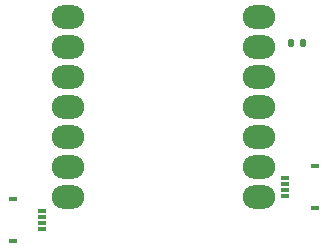
<source format=gtp>
G04 #@! TF.GenerationSoftware,KiCad,Pcbnew,7.0.7*
G04 #@! TF.CreationDate,2024-03-10T21:17:58-05:00*
G04 #@! TF.ProjectId,squirrelbrain,73717569-7272-4656-9c62-7261696e2e6b,1*
G04 #@! TF.SameCoordinates,Original*
G04 #@! TF.FileFunction,Paste,Top*
G04 #@! TF.FilePolarity,Positive*
%FSLAX46Y46*%
G04 Gerber Fmt 4.6, Leading zero omitted, Abs format (unit mm)*
G04 Created by KiCad (PCBNEW 7.0.7) date 2024-03-10 21:17:58*
%MOMM*%
%LPD*%
G01*
G04 APERTURE LIST*
G04 Aperture macros list*
%AMRoundRect*
0 Rectangle with rounded corners*
0 $1 Rounding radius*
0 $2 $3 $4 $5 $6 $7 $8 $9 X,Y pos of 4 corners*
0 Add a 4 corners polygon primitive as box body*
4,1,4,$2,$3,$4,$5,$6,$7,$8,$9,$2,$3,0*
0 Add four circle primitives for the rounded corners*
1,1,$1+$1,$2,$3*
1,1,$1+$1,$4,$5*
1,1,$1+$1,$6,$7*
1,1,$1+$1,$8,$9*
0 Add four rect primitives between the rounded corners*
20,1,$1+$1,$2,$3,$4,$5,0*
20,1,$1+$1,$4,$5,$6,$7,0*
20,1,$1+$1,$6,$7,$8,$9,0*
20,1,$1+$1,$8,$9,$2,$3,0*%
G04 Aperture macros list end*
%ADD10RoundRect,0.135000X0.135000X0.185000X-0.135000X0.185000X-0.135000X-0.185000X0.135000X-0.185000X0*%
%ADD11R,0.800000X0.300000*%
%ADD12R,0.800000X0.400000*%
%ADD13RoundRect,1.000000X-0.375000X0.000000X0.375000X0.000000X0.375000X0.000000X-0.375000X0.000000X0*%
G04 APERTURE END LIST*
D10*
X61830000Y-41530001D03*
X60810000Y-41530001D03*
D11*
X39700000Y-57300001D03*
X39700000Y-56800001D03*
X39700000Y-56300001D03*
X39700000Y-55800001D03*
D12*
X37200000Y-54800001D03*
X37200000Y-58300001D03*
X62800000Y-52000001D03*
X62800000Y-55500001D03*
D11*
X60300000Y-54500001D03*
X60300000Y-54000001D03*
X60300000Y-53500001D03*
X60300000Y-53000001D03*
D13*
X41937500Y-39380000D03*
X41937500Y-41920000D03*
X41937500Y-44460000D03*
X41937500Y-47000000D03*
X41937500Y-49540000D03*
X41937500Y-52080000D03*
X41937500Y-54620000D03*
X58102500Y-54620000D03*
X58102500Y-52080000D03*
X58102500Y-49540000D03*
X58102500Y-47000000D03*
X58102500Y-44460000D03*
X58102500Y-41920000D03*
X58102500Y-39380000D03*
M02*

</source>
